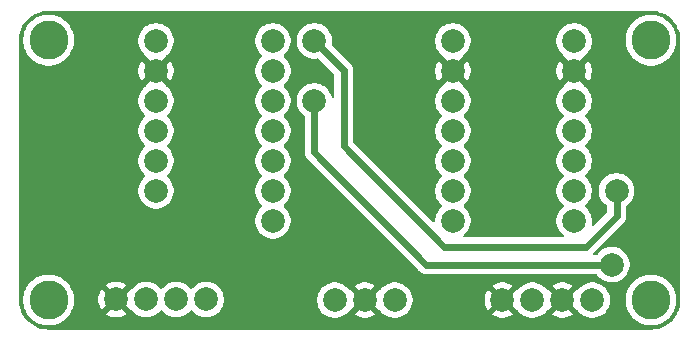
<source format=gbr>
%TF.GenerationSoftware,KiCad,Pcbnew,9.0.6-9.0.6~ubuntu22.04.1*%
%TF.CreationDate,2025-12-04T22:27:57-05:00*%
%TF.ProjectId,operator-mk3,6f706572-6174-46f7-922d-6d6b332e6b69,rev?*%
%TF.SameCoordinates,Original*%
%TF.FileFunction,Copper,L1,Top*%
%TF.FilePolarity,Positive*%
%FSLAX46Y46*%
G04 Gerber Fmt 4.6, Leading zero omitted, Abs format (unit mm)*
G04 Created by KiCad (PCBNEW 9.0.6-9.0.6~ubuntu22.04.1) date 2025-12-04 22:27:57*
%MOMM*%
%LPD*%
G01*
G04 APERTURE LIST*
%TA.AperFunction,ComponentPad*%
%ADD10C,2.000000*%
%TD*%
%TA.AperFunction,ComponentPad*%
%ADD11C,3.300000*%
%TD*%
%TA.AperFunction,ViaPad*%
%ADD12C,2.000000*%
%TD*%
%TA.AperFunction,Conductor*%
%ADD13C,0.600000*%
%TD*%
%TA.AperFunction,Conductor*%
%ADD14C,0.400000*%
%TD*%
G04 APERTURE END LIST*
D10*
%TO.P,J4,1,Pin_1*%
%TO.N,3V*%
X153500000Y-90060000D03*
%TO.P,J4,2,Pin_2*%
%TO.N,GND*%
X153500000Y-92600000D03*
%TO.P,J4,3,Pin_3*%
%TO.N,unconnected-(J4-Pin_3-Pad3)*%
X153500000Y-95140000D03*
%TO.P,J4,4,Pin_4*%
%TO.N,unconnected-(J4-Pin_4-Pad4)*%
X153500000Y-97680000D03*
%TO.P,J4,5,Pin_5*%
%TO.N,DIN*%
X153500000Y-100220000D03*
%TO.P,J4,6,Pin_6*%
%TO.N,BCLK*%
X153500000Y-102760000D03*
%TO.P,J4,7,Pin_7*%
%TO.N,LRC*%
X153500000Y-105300000D03*
%TD*%
%TO.P,J3,1,Pin_1*%
%TO.N,D9*%
X155040000Y-112000000D03*
%TO.P,J3,2,Pin_2*%
%TO.N,GND*%
X152500000Y-112000000D03*
%TO.P,J3,3,Pin_3*%
%TO.N,D8*%
X149960000Y-112000000D03*
%TO.P,J3,4,Pin_4*%
%TO.N,GND*%
X147420000Y-112000000D03*
%TD*%
%TO.P,J5,1,Pin_1*%
%TO.N,BCLK*%
X128000000Y-90060000D03*
%TO.P,J5,2,Pin_2*%
%TO.N,DOUT*%
X128000000Y-92600000D03*
%TO.P,J5,3,Pin_3*%
%TO.N,LRC*%
X128000000Y-95140000D03*
%TO.P,J5,4,Pin_4*%
%TO.N,D3*%
X128000000Y-97680000D03*
%TO.P,J5,5,Pin_5*%
%TO.N,D4*%
X128000000Y-100220000D03*
%TO.P,J5,6,Pin_6*%
%TO.N,D5*%
X128000000Y-102760000D03*
%TO.P,J5,7,Pin_7*%
%TO.N,D6*%
X128000000Y-105300000D03*
%TD*%
%TO.P,J8,1,Pin_1*%
%TO.N,GND*%
X114720000Y-111950000D03*
%TO.P,J8,2,Pin_2*%
%TO.N,D3*%
X117260000Y-111950000D03*
%TO.P,J8,3,Pin_3*%
%TO.N,D4*%
X119800000Y-111950000D03*
%TO.P,J8,4,Pin_4*%
%TO.N,D5*%
X122340000Y-111950000D03*
%TD*%
%TO.P,J6,1,Pin_1*%
%TO.N,unconnected-(J6-Pin_1-Pad1)*%
X143235000Y-90060000D03*
%TO.P,J6,2,Pin_2*%
%TO.N,GND*%
X143235000Y-92600000D03*
%TO.P,J6,3,Pin_3*%
%TO.N,3V*%
X143235000Y-95140000D03*
%TO.P,J6,4,Pin_4*%
%TO.N,DIN*%
X143235000Y-97680000D03*
%TO.P,J6,5,Pin_5*%
%TO.N,D9*%
X143235000Y-100220000D03*
%TO.P,J6,6,Pin_6*%
%TO.N,D8*%
X143235000Y-102760000D03*
%TO.P,J6,7,Pin_7*%
%TO.N,D7*%
X143235000Y-105300000D03*
%TD*%
D11*
%TO.P,,*%
%TO.N,*%
X160000000Y-112000000D03*
%TD*%
%TO.P,REF\u002A\u002A,*%
%TO.N,*%
X109000000Y-90000000D03*
%TD*%
D10*
%TO.P,J1,1,Pin_1*%
%TO.N,D7*%
X138320000Y-112000000D03*
%TO.P,J1,2,Pin_2*%
%TO.N,GND*%
X135780000Y-112000000D03*
%TO.P,J1,3,Pin_3*%
%TO.N,D6*%
X133240000Y-112000000D03*
%TD*%
D11*
%TO.P,,*%
%TO.N,*%
X109000000Y-112000000D03*
%TD*%
%TO.P,,*%
%TO.N,*%
X160000000Y-90000000D03*
%TD*%
D10*
%TO.P,J2,1,Pin_1*%
%TO.N,3V*%
X118100000Y-90060000D03*
%TO.P,J2,2,Pin_2*%
%TO.N,GND*%
X118100000Y-92600000D03*
%TO.P,J2,3,Pin_3*%
%TO.N,BCLK*%
X118100000Y-95140000D03*
%TO.P,J2,4,Pin_4*%
%TO.N,DOUT*%
X118100000Y-97680000D03*
%TO.P,J2,5,Pin_5*%
%TO.N,LRC*%
X118100000Y-100220000D03*
%TO.P,J2,6,Pin_6*%
%TO.N,unconnected-(J2-Pin_6-Pad6)*%
X118100000Y-102760000D03*
%TD*%
D12*
%TO.N,BCLK*%
X131500000Y-90060000D03*
X157100000Y-102760000D03*
%TO.N,LRC*%
X156700000Y-109000000D03*
X131500000Y-95140000D03*
%TD*%
D13*
%TO.N,BCLK*%
X131500000Y-90060000D02*
X134000000Y-92560000D01*
X157100000Y-104900000D02*
X157100000Y-102760000D01*
X142500000Y-107500000D02*
X154500000Y-107500000D01*
X134000000Y-92560000D02*
X134000000Y-99000000D01*
X134000000Y-99000000D02*
X142500000Y-107500000D01*
X154500000Y-107500000D02*
X157100000Y-104900000D01*
D14*
%TO.N,GND*%
X152800000Y-112420000D02*
X152680000Y-112300000D01*
D13*
%TO.N,LRC*%
X131500000Y-99500000D02*
X131500000Y-95140000D01*
X141000000Y-109000000D02*
X131500000Y-99500000D01*
X156700000Y-109000000D02*
X141000000Y-109000000D01*
D14*
%TO.N,D7*%
X138500000Y-111940000D02*
X138500000Y-112400000D01*
%TO.N,D9*%
X154940000Y-112300000D02*
X155220000Y-112300000D01*
X155220000Y-111720000D02*
X155220000Y-112300000D01*
%TD*%
%TA.AperFunction,Conductor*%
%TO.N,GND*%
G36*
X160003736Y-87500726D02*
G01*
X160293796Y-87518271D01*
X160308659Y-87520076D01*
X160590798Y-87571780D01*
X160605335Y-87575363D01*
X160879172Y-87660695D01*
X160893163Y-87666000D01*
X161154743Y-87783727D01*
X161167989Y-87790680D01*
X161413465Y-87939075D01*
X161425776Y-87947573D01*
X161578386Y-88067135D01*
X161651573Y-88124473D01*
X161662781Y-88134403D01*
X161865596Y-88337218D01*
X161875526Y-88348426D01*
X161995481Y-88501538D01*
X162052422Y-88574217D01*
X162060926Y-88586537D01*
X162175858Y-88776657D01*
X162209316Y-88832004D01*
X162216275Y-88845263D01*
X162333997Y-89106831D01*
X162339306Y-89120832D01*
X162424635Y-89394663D01*
X162428219Y-89409201D01*
X162479923Y-89691340D01*
X162481728Y-89706205D01*
X162499274Y-89996263D01*
X162499500Y-90003750D01*
X162499500Y-111996249D01*
X162499274Y-112003736D01*
X162481728Y-112293794D01*
X162479923Y-112308659D01*
X162428219Y-112590798D01*
X162424635Y-112605336D01*
X162339306Y-112879167D01*
X162333997Y-112893168D01*
X162216275Y-113154736D01*
X162209316Y-113167995D01*
X162060928Y-113413459D01*
X162052422Y-113425782D01*
X161875526Y-113651573D01*
X161865596Y-113662781D01*
X161662781Y-113865596D01*
X161651573Y-113875526D01*
X161425782Y-114052422D01*
X161413459Y-114060928D01*
X161167995Y-114209316D01*
X161154736Y-114216275D01*
X160893168Y-114333997D01*
X160879167Y-114339306D01*
X160605336Y-114424635D01*
X160590798Y-114428219D01*
X160308659Y-114479923D01*
X160293794Y-114481728D01*
X160003736Y-114499274D01*
X159996249Y-114499500D01*
X109003751Y-114499500D01*
X108996264Y-114499274D01*
X108706205Y-114481728D01*
X108691340Y-114479923D01*
X108409201Y-114428219D01*
X108394663Y-114424635D01*
X108120832Y-114339306D01*
X108106831Y-114333997D01*
X107845263Y-114216275D01*
X107832004Y-114209316D01*
X107586540Y-114060928D01*
X107574217Y-114052422D01*
X107348426Y-113875526D01*
X107337218Y-113865596D01*
X107134403Y-113662781D01*
X107124473Y-113651573D01*
X107005723Y-113500000D01*
X106947573Y-113425776D01*
X106939075Y-113413465D01*
X106790680Y-113167989D01*
X106783727Y-113154743D01*
X106666000Y-112893163D01*
X106660693Y-112879167D01*
X106658399Y-112871806D01*
X106575363Y-112605335D01*
X106571780Y-112590798D01*
X106540561Y-112420442D01*
X106520075Y-112308657D01*
X106518271Y-112293794D01*
X106500726Y-112003736D01*
X106500500Y-111996249D01*
X106500500Y-111859041D01*
X106849500Y-111859041D01*
X106849500Y-112140958D01*
X106886295Y-112420439D01*
X106959259Y-112692743D01*
X107067135Y-112953179D01*
X107067140Y-112953190D01*
X107193851Y-113172658D01*
X107208088Y-113197317D01*
X107374013Y-113413553D01*
X107379704Y-113420970D01*
X107579029Y-113620295D01*
X107579033Y-113620298D01*
X107579035Y-113620300D01*
X107802683Y-113791912D01*
X107802690Y-113791916D01*
X108046809Y-113932859D01*
X108046814Y-113932861D01*
X108046817Y-113932863D01*
X108307261Y-114040742D01*
X108579558Y-114113704D01*
X108859049Y-114150500D01*
X108859056Y-114150500D01*
X109140944Y-114150500D01*
X109140951Y-114150500D01*
X109420442Y-114113704D01*
X109692739Y-114040742D01*
X109953183Y-113932863D01*
X110197317Y-113791912D01*
X110420965Y-113620300D01*
X110620300Y-113420965D01*
X110791912Y-113197317D01*
X110851264Y-113094517D01*
X110869230Y-113063399D01*
X110932859Y-112953190D01*
X110932859Y-112953189D01*
X110932863Y-112953183D01*
X111040742Y-112692739D01*
X111113704Y-112420442D01*
X111150500Y-112140951D01*
X111150500Y-111859049D01*
X111146932Y-111831947D01*
X113220000Y-111831947D01*
X113220000Y-112068052D01*
X113256934Y-112301247D01*
X113329897Y-112525802D01*
X113437087Y-112736174D01*
X113497338Y-112819104D01*
X113497340Y-112819105D01*
X114237037Y-112079408D01*
X114254075Y-112142993D01*
X114319901Y-112257007D01*
X114412993Y-112350099D01*
X114527007Y-112415925D01*
X114590590Y-112432962D01*
X113850893Y-113172658D01*
X113933828Y-113232914D01*
X114144197Y-113340102D01*
X114368752Y-113413065D01*
X114368751Y-113413065D01*
X114601948Y-113450000D01*
X114838052Y-113450000D01*
X115071247Y-113413065D01*
X115295802Y-113340102D01*
X115506163Y-113232918D01*
X115506169Y-113232914D01*
X115589104Y-113172658D01*
X115589105Y-113172658D01*
X114849408Y-112432962D01*
X114912993Y-112415925D01*
X115027007Y-112350099D01*
X115120099Y-112257007D01*
X115185925Y-112142993D01*
X115202962Y-112079409D01*
X115942657Y-112819104D01*
X115962404Y-112817550D01*
X116030781Y-112831914D01*
X116072451Y-112868282D01*
X116115483Y-112927510D01*
X116282490Y-113094517D01*
X116473567Y-113233343D01*
X116570856Y-113282914D01*
X116684003Y-113340566D01*
X116684005Y-113340566D01*
X116684008Y-113340568D01*
X116804412Y-113379689D01*
X116908631Y-113413553D01*
X117141903Y-113450500D01*
X117141908Y-113450500D01*
X117378097Y-113450500D01*
X117611368Y-113413553D01*
X117682114Y-113390566D01*
X117835992Y-113340568D01*
X118046433Y-113233343D01*
X118237510Y-113094517D01*
X118404517Y-112927510D01*
X118429682Y-112892872D01*
X118485011Y-112850207D01*
X118554625Y-112844228D01*
X118616420Y-112876833D01*
X118630315Y-112892870D01*
X118655483Y-112927510D01*
X118822490Y-113094517D01*
X119013567Y-113233343D01*
X119110856Y-113282914D01*
X119224003Y-113340566D01*
X119224005Y-113340566D01*
X119224008Y-113340568D01*
X119344412Y-113379689D01*
X119448631Y-113413553D01*
X119681903Y-113450500D01*
X119681908Y-113450500D01*
X119918097Y-113450500D01*
X120151368Y-113413553D01*
X120222114Y-113390566D01*
X120375992Y-113340568D01*
X120586433Y-113233343D01*
X120777510Y-113094517D01*
X120944517Y-112927510D01*
X120969682Y-112892872D01*
X121025011Y-112850207D01*
X121094625Y-112844228D01*
X121156420Y-112876833D01*
X121170315Y-112892870D01*
X121195483Y-112927510D01*
X121362490Y-113094517D01*
X121553567Y-113233343D01*
X121650856Y-113282914D01*
X121764003Y-113340566D01*
X121764005Y-113340566D01*
X121764008Y-113340568D01*
X121884412Y-113379689D01*
X121988631Y-113413553D01*
X122221903Y-113450500D01*
X122221908Y-113450500D01*
X122458097Y-113450500D01*
X122691368Y-113413553D01*
X122762114Y-113390566D01*
X122915992Y-113340568D01*
X123126433Y-113233343D01*
X123317510Y-113094517D01*
X123484517Y-112927510D01*
X123623343Y-112736433D01*
X123730568Y-112525992D01*
X123803553Y-112301368D01*
X123828637Y-112142993D01*
X123840500Y-112068097D01*
X123840500Y-111881902D01*
X131739500Y-111881902D01*
X131739500Y-112118097D01*
X131776446Y-112351368D01*
X131849433Y-112575996D01*
X131940538Y-112754798D01*
X131956657Y-112786433D01*
X132095483Y-112977510D01*
X132262490Y-113144517D01*
X132453567Y-113283343D01*
X132552991Y-113334002D01*
X132664003Y-113390566D01*
X132664005Y-113390566D01*
X132664008Y-113390568D01*
X132772385Y-113425782D01*
X132888631Y-113463553D01*
X133121903Y-113500500D01*
X133121908Y-113500500D01*
X133358097Y-113500500D01*
X133591368Y-113463553D01*
X133592870Y-113463065D01*
X133815992Y-113390568D01*
X134026433Y-113283343D01*
X134217510Y-113144517D01*
X134384517Y-112977510D01*
X134431370Y-112913022D01*
X134435713Y-112908199D01*
X134460150Y-112893142D01*
X134482877Y-112875618D01*
X134490393Y-112874509D01*
X134495199Y-112871549D01*
X134508730Y-112871806D01*
X134537594Y-112867551D01*
X134557340Y-112869105D01*
X135297037Y-112129408D01*
X135314075Y-112192993D01*
X135379901Y-112307007D01*
X135472993Y-112400099D01*
X135587007Y-112465925D01*
X135650590Y-112482962D01*
X134910893Y-113222658D01*
X134993828Y-113282914D01*
X135204197Y-113390102D01*
X135428752Y-113463065D01*
X135428751Y-113463065D01*
X135661948Y-113500000D01*
X135898052Y-113500000D01*
X136131247Y-113463065D01*
X136355802Y-113390102D01*
X136566163Y-113282918D01*
X136566169Y-113282914D01*
X136649104Y-113222658D01*
X136649105Y-113222658D01*
X135909408Y-112482962D01*
X135972993Y-112465925D01*
X136087007Y-112400099D01*
X136180099Y-112307007D01*
X136245925Y-112192993D01*
X136262962Y-112129409D01*
X137002657Y-112869104D01*
X137022404Y-112867550D01*
X137090781Y-112881914D01*
X137132451Y-112918282D01*
X137175483Y-112977510D01*
X137342490Y-113144517D01*
X137533567Y-113283343D01*
X137632991Y-113334002D01*
X137744003Y-113390566D01*
X137744005Y-113390566D01*
X137744008Y-113390568D01*
X137852385Y-113425782D01*
X137968631Y-113463553D01*
X138201903Y-113500500D01*
X138201908Y-113500500D01*
X138438097Y-113500500D01*
X138671368Y-113463553D01*
X138672870Y-113463065D01*
X138895992Y-113390568D01*
X139106433Y-113283343D01*
X139297510Y-113144517D01*
X139464517Y-112977510D01*
X139603343Y-112786433D01*
X139710568Y-112575992D01*
X139783553Y-112351368D01*
X139783754Y-112350099D01*
X139820500Y-112118097D01*
X139820500Y-111881947D01*
X145920000Y-111881947D01*
X145920000Y-112118052D01*
X145956934Y-112351247D01*
X146029897Y-112575802D01*
X146137087Y-112786174D01*
X146197338Y-112869104D01*
X146197340Y-112869105D01*
X146937037Y-112129408D01*
X146954075Y-112192993D01*
X147019901Y-112307007D01*
X147112993Y-112400099D01*
X147227007Y-112465925D01*
X147290590Y-112482962D01*
X146550893Y-113222658D01*
X146633828Y-113282914D01*
X146844197Y-113390102D01*
X147068752Y-113463065D01*
X147068751Y-113463065D01*
X147301948Y-113500000D01*
X147538052Y-113500000D01*
X147771247Y-113463065D01*
X147995802Y-113390102D01*
X148206163Y-113282918D01*
X148206169Y-113282914D01*
X148289104Y-113222658D01*
X148289105Y-113222658D01*
X147549408Y-112482962D01*
X147612993Y-112465925D01*
X147727007Y-112400099D01*
X147820099Y-112307007D01*
X147885925Y-112192993D01*
X147902962Y-112129409D01*
X148642657Y-112869104D01*
X148662404Y-112867550D01*
X148730781Y-112881914D01*
X148772451Y-112918282D01*
X148815483Y-112977510D01*
X148982490Y-113144517D01*
X149173567Y-113283343D01*
X149272991Y-113334002D01*
X149384003Y-113390566D01*
X149384005Y-113390566D01*
X149384008Y-113390568D01*
X149492385Y-113425782D01*
X149608631Y-113463553D01*
X149841903Y-113500500D01*
X149841908Y-113500500D01*
X150078097Y-113500500D01*
X150311368Y-113463553D01*
X150312870Y-113463065D01*
X150535992Y-113390568D01*
X150746433Y-113283343D01*
X150937510Y-113144517D01*
X151104517Y-112977510D01*
X151151370Y-112913022D01*
X151155713Y-112908199D01*
X151180150Y-112893142D01*
X151202877Y-112875618D01*
X151210393Y-112874509D01*
X151215199Y-112871549D01*
X151228730Y-112871806D01*
X151257594Y-112867551D01*
X151277340Y-112869105D01*
X152017037Y-112129408D01*
X152034075Y-112192993D01*
X152099901Y-112307007D01*
X152192993Y-112400099D01*
X152307007Y-112465925D01*
X152370590Y-112482962D01*
X151630893Y-113222658D01*
X151713828Y-113282914D01*
X151924197Y-113390102D01*
X152148752Y-113463065D01*
X152148751Y-113463065D01*
X152381948Y-113500000D01*
X152618052Y-113500000D01*
X152851247Y-113463065D01*
X153075802Y-113390102D01*
X153286163Y-113282918D01*
X153286169Y-113282914D01*
X153369104Y-113222658D01*
X153369105Y-113222658D01*
X152629408Y-112482962D01*
X152692993Y-112465925D01*
X152807007Y-112400099D01*
X152900099Y-112307007D01*
X152965925Y-112192993D01*
X152982962Y-112129408D01*
X153722657Y-112869104D01*
X153742404Y-112867550D01*
X153810781Y-112881914D01*
X153852451Y-112918282D01*
X153895483Y-112977510D01*
X154062490Y-113144517D01*
X154253567Y-113283343D01*
X154352991Y-113334002D01*
X154464003Y-113390566D01*
X154464005Y-113390566D01*
X154464008Y-113390568D01*
X154572385Y-113425782D01*
X154688631Y-113463553D01*
X154921903Y-113500500D01*
X154921908Y-113500500D01*
X155158097Y-113500500D01*
X155391368Y-113463553D01*
X155392870Y-113463065D01*
X155615992Y-113390568D01*
X155826433Y-113283343D01*
X156017510Y-113144517D01*
X156184517Y-112977510D01*
X156323343Y-112786433D01*
X156430568Y-112575992D01*
X156503553Y-112351368D01*
X156503754Y-112350099D01*
X156540500Y-112118097D01*
X156540500Y-111881906D01*
X156539309Y-111874386D01*
X156539309Y-111874383D01*
X156536879Y-111859041D01*
X157849500Y-111859041D01*
X157849500Y-112140958D01*
X157886295Y-112420439D01*
X157959259Y-112692743D01*
X158067135Y-112953179D01*
X158067140Y-112953190D01*
X158193851Y-113172658D01*
X158208088Y-113197317D01*
X158374013Y-113413553D01*
X158379704Y-113420970D01*
X158579029Y-113620295D01*
X158579033Y-113620298D01*
X158579035Y-113620300D01*
X158802683Y-113791912D01*
X158802690Y-113791916D01*
X159046809Y-113932859D01*
X159046814Y-113932861D01*
X159046817Y-113932863D01*
X159307261Y-114040742D01*
X159579558Y-114113704D01*
X159859049Y-114150500D01*
X159859056Y-114150500D01*
X160140944Y-114150500D01*
X160140951Y-114150500D01*
X160420442Y-114113704D01*
X160692739Y-114040742D01*
X160953183Y-113932863D01*
X161197317Y-113791912D01*
X161420965Y-113620300D01*
X161620300Y-113420965D01*
X161791912Y-113197317D01*
X161932863Y-112953183D01*
X162040742Y-112692739D01*
X162113704Y-112420442D01*
X162150500Y-112140951D01*
X162150500Y-111859049D01*
X162113704Y-111579558D01*
X162040742Y-111307261D01*
X161932863Y-111046817D01*
X161932861Y-111046814D01*
X161932859Y-111046809D01*
X161791916Y-110802690D01*
X161791912Y-110802683D01*
X161620300Y-110579035D01*
X161620298Y-110579033D01*
X161620295Y-110579029D01*
X161420970Y-110379704D01*
X161420965Y-110379700D01*
X161197317Y-110208088D01*
X161197311Y-110208084D01*
X161197309Y-110208083D01*
X160953190Y-110067140D01*
X160953179Y-110067135D01*
X160692743Y-109959259D01*
X160420439Y-109886295D01*
X160140958Y-109849500D01*
X160140951Y-109849500D01*
X159859049Y-109849500D01*
X159859041Y-109849500D01*
X159579560Y-109886295D01*
X159307256Y-109959259D01*
X159046820Y-110067135D01*
X159046809Y-110067140D01*
X158802690Y-110208083D01*
X158802682Y-110208089D01*
X158579029Y-110379704D01*
X158379704Y-110579029D01*
X158265901Y-110727340D01*
X158227535Y-110777340D01*
X158208089Y-110802682D01*
X158208083Y-110802690D01*
X158067140Y-111046809D01*
X158067135Y-111046820D01*
X157959259Y-111307256D01*
X157886295Y-111579560D01*
X157849500Y-111859041D01*
X156536879Y-111859041D01*
X156503553Y-111648631D01*
X156430566Y-111424003D01*
X156323342Y-111213566D01*
X156184517Y-111022490D01*
X156017510Y-110855483D01*
X155826433Y-110716657D01*
X155615996Y-110609433D01*
X155391368Y-110536446D01*
X155158097Y-110499500D01*
X155158092Y-110499500D01*
X154921908Y-110499500D01*
X154921903Y-110499500D01*
X154688631Y-110536446D01*
X154464003Y-110609433D01*
X154253566Y-110716657D01*
X154170047Y-110777338D01*
X154062490Y-110855483D01*
X154062488Y-110855485D01*
X154062487Y-110855485D01*
X153895482Y-111022490D01*
X153852451Y-111081717D01*
X153797120Y-111124382D01*
X153742405Y-111132448D01*
X153722658Y-111130893D01*
X152982962Y-111870590D01*
X152965925Y-111807007D01*
X152900099Y-111692993D01*
X152807007Y-111599901D01*
X152692993Y-111534075D01*
X152629409Y-111517037D01*
X153369105Y-110777340D01*
X153369104Y-110777338D01*
X153286174Y-110717087D01*
X153075802Y-110609897D01*
X152851247Y-110536934D01*
X152851248Y-110536934D01*
X152618052Y-110500000D01*
X152381948Y-110500000D01*
X152148752Y-110536934D01*
X151924197Y-110609897D01*
X151713830Y-110717084D01*
X151630894Y-110777340D01*
X152370591Y-111517037D01*
X152307007Y-111534075D01*
X152192993Y-111599901D01*
X152099901Y-111692993D01*
X152034075Y-111807007D01*
X152017037Y-111870590D01*
X151277340Y-111130893D01*
X151257593Y-111132448D01*
X151253860Y-111131663D01*
X151250222Y-111132808D01*
X151219936Y-111124537D01*
X151189215Y-111118084D01*
X151185429Y-111115114D01*
X151182821Y-111114402D01*
X151173431Y-111105701D01*
X151155712Y-111091800D01*
X151151370Y-111086978D01*
X151104517Y-111022490D01*
X150937510Y-110855483D01*
X150746433Y-110716657D01*
X150535996Y-110609433D01*
X150311368Y-110536446D01*
X150078097Y-110499500D01*
X150078092Y-110499500D01*
X149841908Y-110499500D01*
X149841903Y-110499500D01*
X149608631Y-110536446D01*
X149384003Y-110609433D01*
X149173566Y-110716657D01*
X149090047Y-110777338D01*
X148982490Y-110855483D01*
X148982488Y-110855485D01*
X148982487Y-110855485D01*
X148815482Y-111022490D01*
X148772451Y-111081717D01*
X148717120Y-111124382D01*
X148662405Y-111132448D01*
X148642658Y-111130893D01*
X147902962Y-111870590D01*
X147885925Y-111807007D01*
X147820099Y-111692993D01*
X147727007Y-111599901D01*
X147612993Y-111534075D01*
X147549409Y-111517037D01*
X148289105Y-110777340D01*
X148289104Y-110777338D01*
X148206174Y-110717087D01*
X147995802Y-110609897D01*
X147771247Y-110536934D01*
X147771248Y-110536934D01*
X147538052Y-110500000D01*
X147301948Y-110500000D01*
X147068752Y-110536934D01*
X146844197Y-110609897D01*
X146633830Y-110717084D01*
X146550894Y-110777340D01*
X147290591Y-111517037D01*
X147227007Y-111534075D01*
X147112993Y-111599901D01*
X147019901Y-111692993D01*
X146954075Y-111807007D01*
X146937037Y-111870591D01*
X146197340Y-111130894D01*
X146137084Y-111213830D01*
X146029897Y-111424197D01*
X145956934Y-111648752D01*
X145920000Y-111881947D01*
X139820500Y-111881947D01*
X139820500Y-111881902D01*
X139783553Y-111648631D01*
X139710566Y-111424003D01*
X139603342Y-111213566D01*
X139464517Y-111022490D01*
X139297510Y-110855483D01*
X139106433Y-110716657D01*
X138895996Y-110609433D01*
X138671368Y-110536446D01*
X138438097Y-110499500D01*
X138438092Y-110499500D01*
X138201908Y-110499500D01*
X138201903Y-110499500D01*
X137968631Y-110536446D01*
X137744003Y-110609433D01*
X137533566Y-110716657D01*
X137450047Y-110777338D01*
X137342490Y-110855483D01*
X137342488Y-110855485D01*
X137342487Y-110855485D01*
X137175482Y-111022490D01*
X137132451Y-111081717D01*
X137077120Y-111124382D01*
X137022405Y-111132448D01*
X137002658Y-111130893D01*
X136262962Y-111870590D01*
X136245925Y-111807007D01*
X136180099Y-111692993D01*
X136087007Y-111599901D01*
X135972993Y-111534075D01*
X135909409Y-111517037D01*
X136649105Y-110777340D01*
X136649104Y-110777338D01*
X136566174Y-110717087D01*
X136355802Y-110609897D01*
X136131247Y-110536934D01*
X136131248Y-110536934D01*
X135898052Y-110500000D01*
X135661948Y-110500000D01*
X135428752Y-110536934D01*
X135204197Y-110609897D01*
X134993830Y-110717084D01*
X134910894Y-110777340D01*
X135650591Y-111517037D01*
X135587007Y-111534075D01*
X135472993Y-111599901D01*
X135379901Y-111692993D01*
X135314075Y-111807007D01*
X135297037Y-111870590D01*
X134557340Y-111130893D01*
X134537593Y-111132448D01*
X134533860Y-111131663D01*
X134530222Y-111132808D01*
X134499936Y-111124537D01*
X134469215Y-111118084D01*
X134465429Y-111115114D01*
X134462821Y-111114402D01*
X134453431Y-111105701D01*
X134435712Y-111091800D01*
X134431370Y-111086978D01*
X134384517Y-111022490D01*
X134217510Y-110855483D01*
X134026433Y-110716657D01*
X133815996Y-110609433D01*
X133591368Y-110536446D01*
X133358097Y-110499500D01*
X133358092Y-110499500D01*
X133121908Y-110499500D01*
X133121903Y-110499500D01*
X132888631Y-110536446D01*
X132664003Y-110609433D01*
X132453566Y-110716657D01*
X132370047Y-110777338D01*
X132262490Y-110855483D01*
X132262488Y-110855485D01*
X132262487Y-110855485D01*
X132095485Y-111022487D01*
X132095485Y-111022488D01*
X132095483Y-111022490D01*
X132075647Y-111049792D01*
X131956657Y-111213566D01*
X131849433Y-111424003D01*
X131776446Y-111648631D01*
X131739500Y-111881902D01*
X123840500Y-111881902D01*
X123840500Y-111831902D01*
X123803553Y-111598631D01*
X123730566Y-111374003D01*
X123623342Y-111163566D01*
X123600995Y-111132808D01*
X123484517Y-110972490D01*
X123317510Y-110805483D01*
X123126433Y-110666657D01*
X122915996Y-110559433D01*
X122691368Y-110486446D01*
X122458097Y-110449500D01*
X122458092Y-110449500D01*
X122221908Y-110449500D01*
X122221903Y-110449500D01*
X121988631Y-110486446D01*
X121764003Y-110559433D01*
X121553566Y-110666657D01*
X121484748Y-110716657D01*
X121362490Y-110805483D01*
X121362488Y-110805485D01*
X121362487Y-110805485D01*
X121195484Y-110972488D01*
X121170318Y-111007127D01*
X121114987Y-111049792D01*
X121045374Y-111055771D01*
X120983579Y-111023165D01*
X120969682Y-111007127D01*
X120944517Y-110972490D01*
X120777510Y-110805483D01*
X120586433Y-110666657D01*
X120375996Y-110559433D01*
X120151368Y-110486446D01*
X119918097Y-110449500D01*
X119918092Y-110449500D01*
X119681908Y-110449500D01*
X119681903Y-110449500D01*
X119448631Y-110486446D01*
X119224003Y-110559433D01*
X119013566Y-110666657D01*
X118944748Y-110716657D01*
X118822490Y-110805483D01*
X118822488Y-110805485D01*
X118822487Y-110805485D01*
X118655484Y-110972488D01*
X118630318Y-111007127D01*
X118574987Y-111049792D01*
X118505374Y-111055771D01*
X118443579Y-111023165D01*
X118429682Y-111007127D01*
X118404517Y-110972490D01*
X118237510Y-110805483D01*
X118046433Y-110666657D01*
X117835996Y-110559433D01*
X117611368Y-110486446D01*
X117378097Y-110449500D01*
X117378092Y-110449500D01*
X117141908Y-110449500D01*
X117141903Y-110449500D01*
X116908631Y-110486446D01*
X116684003Y-110559433D01*
X116473566Y-110666657D01*
X116404748Y-110716657D01*
X116282490Y-110805483D01*
X116282488Y-110805485D01*
X116282487Y-110805485D01*
X116115482Y-110972490D01*
X116072451Y-111031717D01*
X116017120Y-111074382D01*
X115962405Y-111082448D01*
X115942658Y-111080893D01*
X115202962Y-111820590D01*
X115185925Y-111757007D01*
X115120099Y-111642993D01*
X115027007Y-111549901D01*
X114912993Y-111484075D01*
X114849409Y-111467037D01*
X115589105Y-110727340D01*
X115589104Y-110727338D01*
X115506174Y-110667087D01*
X115295802Y-110559897D01*
X115071247Y-110486934D01*
X115071248Y-110486934D01*
X114838052Y-110450000D01*
X114601948Y-110450000D01*
X114368752Y-110486934D01*
X114144197Y-110559897D01*
X113933830Y-110667084D01*
X113850894Y-110727340D01*
X114590591Y-111467037D01*
X114527007Y-111484075D01*
X114412993Y-111549901D01*
X114319901Y-111642993D01*
X114254075Y-111757007D01*
X114237037Y-111820591D01*
X113497340Y-111080894D01*
X113437084Y-111163830D01*
X113329897Y-111374197D01*
X113256934Y-111598752D01*
X113220000Y-111831947D01*
X111146932Y-111831947D01*
X111143648Y-111807007D01*
X111128638Y-111692993D01*
X111113704Y-111579558D01*
X111040742Y-111307261D01*
X110932863Y-111046817D01*
X110932861Y-111046814D01*
X110932859Y-111046809D01*
X110811493Y-110836599D01*
X110791912Y-110802683D01*
X110620300Y-110579035D01*
X110620298Y-110579033D01*
X110620295Y-110579029D01*
X110420970Y-110379704D01*
X110420965Y-110379700D01*
X110197317Y-110208088D01*
X110197311Y-110208084D01*
X110197309Y-110208083D01*
X109953190Y-110067140D01*
X109953179Y-110067135D01*
X109692743Y-109959259D01*
X109420439Y-109886295D01*
X109140958Y-109849500D01*
X109140951Y-109849500D01*
X108859049Y-109849500D01*
X108859041Y-109849500D01*
X108579560Y-109886295D01*
X108307256Y-109959259D01*
X108046820Y-110067135D01*
X108046809Y-110067140D01*
X107802690Y-110208083D01*
X107802682Y-110208089D01*
X107579029Y-110379704D01*
X107379704Y-110579029D01*
X107265901Y-110727340D01*
X107227535Y-110777340D01*
X107208089Y-110802682D01*
X107208083Y-110802690D01*
X107067140Y-111046809D01*
X107067135Y-111046820D01*
X106959259Y-111307256D01*
X106886295Y-111579560D01*
X106849500Y-111859041D01*
X106500500Y-111859041D01*
X106500500Y-90003750D01*
X106500726Y-89996263D01*
X106508098Y-89874387D01*
X106509026Y-89859041D01*
X106849500Y-89859041D01*
X106849500Y-90140958D01*
X106886295Y-90420439D01*
X106959259Y-90692743D01*
X107067135Y-90953179D01*
X107067140Y-90953190D01*
X107115824Y-91037512D01*
X107208088Y-91197317D01*
X107376213Y-91416421D01*
X107379704Y-91420970D01*
X107579029Y-91620295D01*
X107579033Y-91620298D01*
X107579035Y-91620300D01*
X107802683Y-91791912D01*
X107802690Y-91791916D01*
X108046809Y-91932859D01*
X108046814Y-91932861D01*
X108046817Y-91932863D01*
X108307261Y-92040742D01*
X108579558Y-92113704D01*
X108859049Y-92150500D01*
X108859056Y-92150500D01*
X109140944Y-92150500D01*
X109140951Y-92150500D01*
X109420442Y-92113704D01*
X109692739Y-92040742D01*
X109953183Y-91932863D01*
X110197317Y-91791912D01*
X110420965Y-91620300D01*
X110620300Y-91420965D01*
X110791912Y-91197317D01*
X110932863Y-90953183D01*
X111040742Y-90692739D01*
X111113704Y-90420442D01*
X111150500Y-90140951D01*
X111150500Y-89941902D01*
X116599500Y-89941902D01*
X116599500Y-90178097D01*
X116636446Y-90411368D01*
X116709433Y-90635996D01*
X116816657Y-90846433D01*
X116955483Y-91037510D01*
X117122490Y-91204517D01*
X117181716Y-91247547D01*
X117224381Y-91302875D01*
X117232448Y-91357593D01*
X117230893Y-91377340D01*
X117970591Y-92117037D01*
X117907007Y-92134075D01*
X117792993Y-92199901D01*
X117699901Y-92292993D01*
X117634075Y-92407007D01*
X117617037Y-92470591D01*
X116877340Y-91730894D01*
X116817084Y-91813830D01*
X116709897Y-92024197D01*
X116636934Y-92248752D01*
X116600000Y-92481947D01*
X116600000Y-92718052D01*
X116636934Y-92951247D01*
X116709897Y-93175802D01*
X116817087Y-93386174D01*
X116877338Y-93469104D01*
X116877340Y-93469105D01*
X117617037Y-92729408D01*
X117634075Y-92792993D01*
X117699901Y-92907007D01*
X117792993Y-93000099D01*
X117907007Y-93065925D01*
X117970590Y-93082962D01*
X117230893Y-93822658D01*
X117232448Y-93842405D01*
X117218084Y-93910783D01*
X117181717Y-93952451D01*
X117122490Y-93995482D01*
X116955485Y-94162487D01*
X116955485Y-94162488D01*
X116955483Y-94162490D01*
X116895862Y-94244550D01*
X116816657Y-94353566D01*
X116709433Y-94564003D01*
X116636446Y-94788631D01*
X116599500Y-95021902D01*
X116599500Y-95258097D01*
X116636446Y-95491368D01*
X116709433Y-95715996D01*
X116816657Y-95926433D01*
X116955483Y-96117510D01*
X117122490Y-96284517D01*
X117157127Y-96309683D01*
X117199792Y-96365013D01*
X117205771Y-96434626D01*
X117173165Y-96496421D01*
X117157130Y-96510315D01*
X117139365Y-96523222D01*
X117122488Y-96535484D01*
X116955485Y-96702487D01*
X116955485Y-96702488D01*
X116955483Y-96702490D01*
X116895862Y-96784550D01*
X116816657Y-96893566D01*
X116709433Y-97104003D01*
X116636446Y-97328631D01*
X116599500Y-97561902D01*
X116599500Y-97798097D01*
X116636446Y-98031368D01*
X116709433Y-98255996D01*
X116816657Y-98466433D01*
X116955483Y-98657510D01*
X117122490Y-98824517D01*
X117157127Y-98849683D01*
X117199792Y-98905013D01*
X117205771Y-98974626D01*
X117173165Y-99036421D01*
X117157130Y-99050315D01*
X117139365Y-99063222D01*
X117122488Y-99075484D01*
X116955485Y-99242487D01*
X116955485Y-99242488D01*
X116955483Y-99242490D01*
X116895862Y-99324550D01*
X116816657Y-99433566D01*
X116709433Y-99644003D01*
X116636446Y-99868631D01*
X116599500Y-100101902D01*
X116599500Y-100338097D01*
X116636446Y-100571368D01*
X116709433Y-100795996D01*
X116816657Y-101006433D01*
X116955483Y-101197510D01*
X117122490Y-101364517D01*
X117157127Y-101389683D01*
X117199792Y-101445013D01*
X117205771Y-101514626D01*
X117173165Y-101576421D01*
X117157130Y-101590315D01*
X117139365Y-101603222D01*
X117122488Y-101615484D01*
X116955485Y-101782487D01*
X116955485Y-101782488D01*
X116955483Y-101782490D01*
X116895862Y-101864550D01*
X116816657Y-101973566D01*
X116709433Y-102184003D01*
X116636446Y-102408631D01*
X116599500Y-102641902D01*
X116599500Y-102878097D01*
X116636446Y-103111368D01*
X116709433Y-103335996D01*
X116816657Y-103546433D01*
X116955483Y-103737510D01*
X117122490Y-103904517D01*
X117313567Y-104043343D01*
X117375676Y-104074989D01*
X117524003Y-104150566D01*
X117524005Y-104150566D01*
X117524008Y-104150568D01*
X117644412Y-104189689D01*
X117748631Y-104223553D01*
X117981903Y-104260500D01*
X117981908Y-104260500D01*
X118218097Y-104260500D01*
X118451368Y-104223553D01*
X118675992Y-104150568D01*
X118886433Y-104043343D01*
X119077510Y-103904517D01*
X119244517Y-103737510D01*
X119383343Y-103546433D01*
X119490568Y-103335992D01*
X119563553Y-103111368D01*
X119600500Y-102878097D01*
X119600500Y-102641902D01*
X119563553Y-102408631D01*
X119490566Y-102184003D01*
X119383342Y-101973566D01*
X119244517Y-101782490D01*
X119077510Y-101615483D01*
X119042872Y-101590317D01*
X119000207Y-101534989D01*
X118994228Y-101465375D01*
X119026833Y-101403580D01*
X119042873Y-101389682D01*
X119077510Y-101364517D01*
X119244517Y-101197510D01*
X119383343Y-101006433D01*
X119490568Y-100795992D01*
X119563553Y-100571368D01*
X119600500Y-100338097D01*
X119600500Y-100101902D01*
X119563553Y-99868631D01*
X119490566Y-99644003D01*
X119383342Y-99433566D01*
X119374327Y-99421158D01*
X119244517Y-99242490D01*
X119077510Y-99075483D01*
X119042872Y-99050317D01*
X119000207Y-98994989D01*
X118994228Y-98925375D01*
X119026833Y-98863580D01*
X119042873Y-98849682D01*
X119077510Y-98824517D01*
X119244517Y-98657510D01*
X119383343Y-98466433D01*
X119490568Y-98255992D01*
X119563553Y-98031368D01*
X119600500Y-97798097D01*
X119600500Y-97561902D01*
X119563553Y-97328631D01*
X119490566Y-97104003D01*
X119383342Y-96893566D01*
X119244517Y-96702490D01*
X119077510Y-96535483D01*
X119042872Y-96510317D01*
X119000207Y-96454989D01*
X118994228Y-96385375D01*
X119026833Y-96323580D01*
X119042873Y-96309682D01*
X119077510Y-96284517D01*
X119244517Y-96117510D01*
X119383343Y-95926433D01*
X119490568Y-95715992D01*
X119563553Y-95491368D01*
X119569771Y-95452110D01*
X119600500Y-95258097D01*
X119600500Y-95021902D01*
X119563553Y-94788631D01*
X119490566Y-94564003D01*
X119383342Y-94353566D01*
X119244517Y-94162490D01*
X119077510Y-93995483D01*
X119018282Y-93952451D01*
X118975617Y-93897122D01*
X118967550Y-93842404D01*
X118969104Y-93822657D01*
X118229408Y-93082962D01*
X118292993Y-93065925D01*
X118407007Y-93000099D01*
X118500099Y-92907007D01*
X118565925Y-92792993D01*
X118582962Y-92729409D01*
X119322658Y-93469105D01*
X119322658Y-93469104D01*
X119382914Y-93386169D01*
X119382918Y-93386163D01*
X119490102Y-93175802D01*
X119563065Y-92951247D01*
X119600000Y-92718052D01*
X119600000Y-92481947D01*
X119563065Y-92248752D01*
X119490102Y-92024197D01*
X119382914Y-91813828D01*
X119322658Y-91730894D01*
X119322658Y-91730893D01*
X118582962Y-92470590D01*
X118565925Y-92407007D01*
X118500099Y-92292993D01*
X118407007Y-92199901D01*
X118292993Y-92134075D01*
X118229409Y-92117037D01*
X118969105Y-91377340D01*
X118967551Y-91357594D01*
X118981915Y-91289216D01*
X119018284Y-91247547D01*
X119077510Y-91204517D01*
X119244517Y-91037510D01*
X119383343Y-90846433D01*
X119490568Y-90635992D01*
X119563553Y-90411368D01*
X119576157Y-90331789D01*
X119600500Y-90178097D01*
X119600500Y-89941902D01*
X126499500Y-89941902D01*
X126499500Y-90178097D01*
X126536446Y-90411368D01*
X126609433Y-90635996D01*
X126716657Y-90846433D01*
X126855483Y-91037510D01*
X127022490Y-91204517D01*
X127057127Y-91229683D01*
X127099792Y-91285013D01*
X127105771Y-91354626D01*
X127073165Y-91416421D01*
X127057130Y-91430315D01*
X127039365Y-91443222D01*
X127022488Y-91455484D01*
X126855485Y-91622487D01*
X126855485Y-91622488D01*
X126855483Y-91622490D01*
X126795862Y-91704550D01*
X126716657Y-91813566D01*
X126609433Y-92024003D01*
X126536446Y-92248631D01*
X126499500Y-92481902D01*
X126499500Y-92718097D01*
X126536446Y-92951368D01*
X126609433Y-93175996D01*
X126716519Y-93386163D01*
X126716657Y-93386433D01*
X126855483Y-93577510D01*
X127022490Y-93744517D01*
X127057127Y-93769683D01*
X127099792Y-93825013D01*
X127105771Y-93894626D01*
X127073165Y-93956421D01*
X127057130Y-93970315D01*
X127039365Y-93983222D01*
X127022488Y-93995484D01*
X126855485Y-94162487D01*
X126855485Y-94162488D01*
X126855483Y-94162490D01*
X126795862Y-94244550D01*
X126716657Y-94353566D01*
X126609433Y-94564003D01*
X126536446Y-94788631D01*
X126499500Y-95021902D01*
X126499500Y-95258097D01*
X126536446Y-95491368D01*
X126609433Y-95715996D01*
X126716657Y-95926433D01*
X126855483Y-96117510D01*
X127022490Y-96284517D01*
X127057127Y-96309683D01*
X127099792Y-96365013D01*
X127105771Y-96434626D01*
X127073165Y-96496421D01*
X127057130Y-96510315D01*
X127039365Y-96523222D01*
X127022488Y-96535484D01*
X126855485Y-96702487D01*
X126855485Y-96702488D01*
X126855483Y-96702490D01*
X126795862Y-96784550D01*
X126716657Y-96893566D01*
X126609433Y-97104003D01*
X126536446Y-97328631D01*
X126499500Y-97561902D01*
X126499500Y-97798097D01*
X126536446Y-98031368D01*
X126609433Y-98255996D01*
X126716657Y-98466433D01*
X126855483Y-98657510D01*
X127022490Y-98824517D01*
X127057127Y-98849683D01*
X127099792Y-98905013D01*
X127105771Y-98974626D01*
X127073165Y-99036421D01*
X127057130Y-99050315D01*
X127039365Y-99063222D01*
X127022488Y-99075484D01*
X126855485Y-99242487D01*
X126855485Y-99242488D01*
X126855483Y-99242490D01*
X126795862Y-99324550D01*
X126716657Y-99433566D01*
X126609433Y-99644003D01*
X126536446Y-99868631D01*
X126499500Y-100101902D01*
X126499500Y-100338097D01*
X126536446Y-100571368D01*
X126609433Y-100795996D01*
X126716657Y-101006433D01*
X126855483Y-101197510D01*
X127022490Y-101364517D01*
X127057127Y-101389683D01*
X127099792Y-101445013D01*
X127105771Y-101514626D01*
X127073165Y-101576421D01*
X127057130Y-101590315D01*
X127039365Y-101603222D01*
X127022488Y-101615484D01*
X126855485Y-101782487D01*
X126855485Y-101782488D01*
X126855483Y-101782490D01*
X126795862Y-101864550D01*
X126716657Y-101973566D01*
X126609433Y-102184003D01*
X126536446Y-102408631D01*
X126499500Y-102641902D01*
X126499500Y-102878097D01*
X126536446Y-103111368D01*
X126609433Y-103335996D01*
X126716657Y-103546433D01*
X126855483Y-103737510D01*
X127022490Y-103904517D01*
X127057127Y-103929683D01*
X127099792Y-103985013D01*
X127105771Y-104054626D01*
X127073165Y-104116421D01*
X127057130Y-104130315D01*
X127039365Y-104143222D01*
X127022488Y-104155484D01*
X126855485Y-104322487D01*
X126855485Y-104322488D01*
X126855483Y-104322490D01*
X126795862Y-104404550D01*
X126716657Y-104513566D01*
X126609433Y-104724003D01*
X126536446Y-104948631D01*
X126499500Y-105181902D01*
X126499500Y-105418097D01*
X126536446Y-105651368D01*
X126609433Y-105875996D01*
X126714730Y-106082652D01*
X126716657Y-106086433D01*
X126855483Y-106277510D01*
X127022490Y-106444517D01*
X127213567Y-106583343D01*
X127246506Y-106600126D01*
X127424003Y-106690566D01*
X127424005Y-106690566D01*
X127424008Y-106690568D01*
X127544412Y-106729689D01*
X127648631Y-106763553D01*
X127881903Y-106800500D01*
X127881908Y-106800500D01*
X128118097Y-106800500D01*
X128351368Y-106763553D01*
X128575992Y-106690568D01*
X128786433Y-106583343D01*
X128977510Y-106444517D01*
X129144517Y-106277510D01*
X129283343Y-106086433D01*
X129390568Y-105875992D01*
X129463553Y-105651368D01*
X129475641Y-105575046D01*
X129500500Y-105418097D01*
X129500500Y-105181902D01*
X129463553Y-104948631D01*
X129390566Y-104724003D01*
X129283342Y-104513566D01*
X129144517Y-104322490D01*
X128977510Y-104155483D01*
X128942872Y-104130317D01*
X128900207Y-104074989D01*
X128894228Y-104005375D01*
X128926833Y-103943580D01*
X128942873Y-103929682D01*
X128977510Y-103904517D01*
X129144517Y-103737510D01*
X129283343Y-103546433D01*
X129390568Y-103335992D01*
X129463553Y-103111368D01*
X129500500Y-102878097D01*
X129500500Y-102641902D01*
X129463553Y-102408631D01*
X129390566Y-102184003D01*
X129283342Y-101973566D01*
X129144517Y-101782490D01*
X128977510Y-101615483D01*
X128942872Y-101590317D01*
X128900207Y-101534989D01*
X128894228Y-101465375D01*
X128926833Y-101403580D01*
X128942873Y-101389682D01*
X128977510Y-101364517D01*
X129144517Y-101197510D01*
X129283343Y-101006433D01*
X129390568Y-100795992D01*
X129463553Y-100571368D01*
X129500500Y-100338097D01*
X129500500Y-100101902D01*
X129463553Y-99868631D01*
X129390566Y-99644003D01*
X129283342Y-99433566D01*
X129274327Y-99421158D01*
X129144517Y-99242490D01*
X128977510Y-99075483D01*
X128942872Y-99050317D01*
X128900207Y-98994989D01*
X128894228Y-98925375D01*
X128926833Y-98863580D01*
X128942873Y-98849682D01*
X128977510Y-98824517D01*
X129144517Y-98657510D01*
X129283343Y-98466433D01*
X129390568Y-98255992D01*
X129463553Y-98031368D01*
X129500500Y-97798097D01*
X129500500Y-97561902D01*
X129463553Y-97328631D01*
X129390566Y-97104003D01*
X129283342Y-96893566D01*
X129144517Y-96702490D01*
X128977510Y-96535483D01*
X128942872Y-96510317D01*
X128900207Y-96454989D01*
X128894228Y-96385375D01*
X128926833Y-96323580D01*
X128942873Y-96309682D01*
X128977510Y-96284517D01*
X129144517Y-96117510D01*
X129283343Y-95926433D01*
X129390568Y-95715992D01*
X129463553Y-95491368D01*
X129469771Y-95452110D01*
X129500500Y-95258097D01*
X129500500Y-95021902D01*
X129463553Y-94788631D01*
X129390566Y-94564003D01*
X129283342Y-94353566D01*
X129144517Y-94162490D01*
X128977510Y-93995483D01*
X128942872Y-93970317D01*
X128900207Y-93914989D01*
X128894228Y-93845375D01*
X128926833Y-93783580D01*
X128942873Y-93769682D01*
X128977510Y-93744517D01*
X129144517Y-93577510D01*
X129283343Y-93386433D01*
X129390568Y-93175992D01*
X129463553Y-92951368D01*
X129488637Y-92792993D01*
X129500500Y-92718097D01*
X129500500Y-92481902D01*
X129463553Y-92248631D01*
X129415259Y-92100000D01*
X129390568Y-92024008D01*
X129390566Y-92024005D01*
X129390566Y-92024003D01*
X129283477Y-91813830D01*
X129283343Y-91813567D01*
X129144517Y-91622490D01*
X128977510Y-91455483D01*
X128942872Y-91430317D01*
X128900207Y-91374989D01*
X128894228Y-91305375D01*
X128926833Y-91243580D01*
X128942873Y-91229682D01*
X128977510Y-91204517D01*
X129144517Y-91037510D01*
X129283343Y-90846433D01*
X129390568Y-90635992D01*
X129463553Y-90411368D01*
X129476157Y-90331789D01*
X129500500Y-90178097D01*
X129500500Y-89941902D01*
X129999500Y-89941902D01*
X129999500Y-90178097D01*
X130036446Y-90411368D01*
X130109433Y-90635996D01*
X130216657Y-90846433D01*
X130355483Y-91037510D01*
X130522490Y-91204517D01*
X130713567Y-91343343D01*
X130775676Y-91374989D01*
X130924003Y-91450566D01*
X130924005Y-91450566D01*
X130924008Y-91450568D01*
X131044412Y-91489689D01*
X131148631Y-91523553D01*
X131381903Y-91560500D01*
X131381908Y-91560500D01*
X131618090Y-91560500D01*
X131618092Y-91560500D01*
X131771793Y-91536155D01*
X131841083Y-91545109D01*
X131878869Y-91570947D01*
X133163181Y-92855259D01*
X133196666Y-92916582D01*
X133199500Y-92942940D01*
X133199500Y-94731895D01*
X133179815Y-94798934D01*
X133127011Y-94844689D01*
X133057853Y-94854633D01*
X132994297Y-94825608D01*
X132957569Y-94770214D01*
X132890566Y-94564003D01*
X132783342Y-94353566D01*
X132644517Y-94162490D01*
X132477510Y-93995483D01*
X132286433Y-93856657D01*
X132258460Y-93842404D01*
X132075996Y-93749433D01*
X131851368Y-93676446D01*
X131618097Y-93639500D01*
X131618092Y-93639500D01*
X131381908Y-93639500D01*
X131381903Y-93639500D01*
X131148631Y-93676446D01*
X130924003Y-93749433D01*
X130713566Y-93856657D01*
X130639069Y-93910783D01*
X130522490Y-93995483D01*
X130522488Y-93995485D01*
X130522487Y-93995485D01*
X130355485Y-94162487D01*
X130355485Y-94162488D01*
X130355483Y-94162490D01*
X130295862Y-94244550D01*
X130216657Y-94353566D01*
X130109433Y-94564003D01*
X130036446Y-94788631D01*
X129999500Y-95021902D01*
X129999500Y-95258097D01*
X130036446Y-95491368D01*
X130109433Y-95715996D01*
X130216657Y-95926433D01*
X130355483Y-96117510D01*
X130522490Y-96284517D01*
X130648388Y-96375987D01*
X130691051Y-96431313D01*
X130699500Y-96476302D01*
X130699500Y-99578846D01*
X130730261Y-99733489D01*
X130730264Y-99733501D01*
X130790602Y-99879172D01*
X130790609Y-99879185D01*
X130878210Y-100010288D01*
X130878213Y-100010292D01*
X140378211Y-109510289D01*
X140443914Y-109575992D01*
X140489712Y-109621790D01*
X140620814Y-109709390D01*
X140620827Y-109709397D01*
X140766498Y-109769735D01*
X140766503Y-109769737D01*
X140921153Y-109800499D01*
X140921156Y-109800500D01*
X140921158Y-109800500D01*
X155363696Y-109800500D01*
X155430735Y-109820185D01*
X155464013Y-109851613D01*
X155555483Y-109977510D01*
X155722490Y-110144517D01*
X155913567Y-110283343D01*
X156012991Y-110334002D01*
X156124003Y-110390566D01*
X156124005Y-110390566D01*
X156124008Y-110390568D01*
X156244412Y-110429689D01*
X156348631Y-110463553D01*
X156581903Y-110500500D01*
X156581908Y-110500500D01*
X156818097Y-110500500D01*
X157051368Y-110463553D01*
X157275992Y-110390568D01*
X157486433Y-110283343D01*
X157677510Y-110144517D01*
X157844517Y-109977510D01*
X157983343Y-109786433D01*
X158090568Y-109575992D01*
X158163553Y-109351368D01*
X158200500Y-109118097D01*
X158200500Y-108881902D01*
X158163553Y-108648631D01*
X158090566Y-108424003D01*
X157983342Y-108213566D01*
X157844517Y-108022490D01*
X157677510Y-107855483D01*
X157486433Y-107716657D01*
X157275996Y-107609433D01*
X157051368Y-107536446D01*
X156818097Y-107499500D01*
X156818092Y-107499500D01*
X156581908Y-107499500D01*
X156581903Y-107499500D01*
X156348631Y-107536446D01*
X156124003Y-107609433D01*
X155913566Y-107716657D01*
X155804550Y-107795862D01*
X155722490Y-107855483D01*
X155722488Y-107855485D01*
X155722487Y-107855485D01*
X155555485Y-108022487D01*
X155555485Y-108022488D01*
X155555483Y-108022490D01*
X155485485Y-108118834D01*
X155464014Y-108148386D01*
X155408684Y-108191051D01*
X155363696Y-108199500D01*
X155231941Y-108199500D01*
X155164902Y-108179815D01*
X155119147Y-108127011D01*
X155109203Y-108057853D01*
X155138228Y-107994297D01*
X155144260Y-107987819D01*
X157049426Y-106082652D01*
X157721789Y-105410289D01*
X157729639Y-105398541D01*
X157809394Y-105279179D01*
X157869737Y-105133497D01*
X157900500Y-104978842D01*
X157900500Y-104096302D01*
X157920185Y-104029263D01*
X157951609Y-103995988D01*
X158077510Y-103904517D01*
X158244517Y-103737510D01*
X158383343Y-103546433D01*
X158490568Y-103335992D01*
X158563553Y-103111368D01*
X158600500Y-102878097D01*
X158600500Y-102641902D01*
X158563553Y-102408631D01*
X158490566Y-102184003D01*
X158383342Y-101973566D01*
X158244517Y-101782490D01*
X158077510Y-101615483D01*
X157886433Y-101476657D01*
X157864291Y-101465375D01*
X157675996Y-101369433D01*
X157451368Y-101296446D01*
X157218097Y-101259500D01*
X157218092Y-101259500D01*
X156981908Y-101259500D01*
X156981903Y-101259500D01*
X156748631Y-101296446D01*
X156524003Y-101369433D01*
X156313566Y-101476657D01*
X156261307Y-101514626D01*
X156122490Y-101615483D01*
X156122488Y-101615485D01*
X156122487Y-101615485D01*
X155955485Y-101782487D01*
X155955485Y-101782488D01*
X155955483Y-101782490D01*
X155895862Y-101864550D01*
X155816657Y-101973566D01*
X155709433Y-102184003D01*
X155636446Y-102408631D01*
X155599500Y-102641902D01*
X155599500Y-102878097D01*
X155636446Y-103111368D01*
X155709433Y-103335996D01*
X155816657Y-103546433D01*
X155955483Y-103737510D01*
X156122490Y-103904517D01*
X156248388Y-103995987D01*
X156291051Y-104051313D01*
X156299500Y-104096302D01*
X156299500Y-104517059D01*
X156279815Y-104584098D01*
X156263181Y-104604740D01*
X155185795Y-105682125D01*
X155124472Y-105715610D01*
X155054780Y-105710626D01*
X154998847Y-105668754D01*
X154974430Y-105603290D01*
X154975641Y-105575046D01*
X155000500Y-105418097D01*
X155000500Y-105181902D01*
X154963553Y-104948631D01*
X154890566Y-104724003D01*
X154783342Y-104513566D01*
X154644517Y-104322490D01*
X154477510Y-104155483D01*
X154442872Y-104130317D01*
X154400207Y-104074989D01*
X154394228Y-104005375D01*
X154426833Y-103943580D01*
X154442873Y-103929682D01*
X154477510Y-103904517D01*
X154644517Y-103737510D01*
X154783343Y-103546433D01*
X154890568Y-103335992D01*
X154963553Y-103111368D01*
X155000500Y-102878097D01*
X155000500Y-102641902D01*
X154963553Y-102408631D01*
X154890566Y-102184003D01*
X154783342Y-101973566D01*
X154644517Y-101782490D01*
X154477510Y-101615483D01*
X154442872Y-101590317D01*
X154400207Y-101534989D01*
X154394228Y-101465375D01*
X154426833Y-101403580D01*
X154442873Y-101389682D01*
X154477510Y-101364517D01*
X154644517Y-101197510D01*
X154783343Y-101006433D01*
X154890568Y-100795992D01*
X154963553Y-100571368D01*
X155000500Y-100338097D01*
X155000500Y-100101902D01*
X154963553Y-99868631D01*
X154890566Y-99644003D01*
X154783342Y-99433566D01*
X154774327Y-99421158D01*
X154644517Y-99242490D01*
X154477510Y-99075483D01*
X154442872Y-99050317D01*
X154400207Y-98994989D01*
X154394228Y-98925375D01*
X154426833Y-98863580D01*
X154442873Y-98849682D01*
X154477510Y-98824517D01*
X154644517Y-98657510D01*
X154783343Y-98466433D01*
X154890568Y-98255992D01*
X154963553Y-98031368D01*
X155000500Y-97798097D01*
X155000500Y-97561902D01*
X154963553Y-97328631D01*
X154890566Y-97104003D01*
X154783342Y-96893566D01*
X154644517Y-96702490D01*
X154477510Y-96535483D01*
X154442872Y-96510317D01*
X154400207Y-96454989D01*
X154394228Y-96385375D01*
X154426833Y-96323580D01*
X154442873Y-96309682D01*
X154477510Y-96284517D01*
X154644517Y-96117510D01*
X154783343Y-95926433D01*
X154890568Y-95715992D01*
X154963553Y-95491368D01*
X154969771Y-95452110D01*
X155000500Y-95258097D01*
X155000500Y-95021902D01*
X154963553Y-94788631D01*
X154890566Y-94564003D01*
X154783342Y-94353566D01*
X154644517Y-94162490D01*
X154477510Y-93995483D01*
X154418282Y-93952451D01*
X154375617Y-93897122D01*
X154367550Y-93842404D01*
X154369104Y-93822657D01*
X153629408Y-93082962D01*
X153692993Y-93065925D01*
X153807007Y-93000099D01*
X153900099Y-92907007D01*
X153965925Y-92792993D01*
X153982962Y-92729409D01*
X154722658Y-93469105D01*
X154722658Y-93469104D01*
X154782914Y-93386169D01*
X154782918Y-93386163D01*
X154890102Y-93175802D01*
X154963065Y-92951247D01*
X155000000Y-92718052D01*
X155000000Y-92481947D01*
X154963065Y-92248752D01*
X154890102Y-92024197D01*
X154782914Y-91813828D01*
X154722658Y-91730894D01*
X154722658Y-91730893D01*
X153982962Y-92470590D01*
X153965925Y-92407007D01*
X153900099Y-92292993D01*
X153807007Y-92199901D01*
X153692993Y-92134075D01*
X153629409Y-92117037D01*
X154369105Y-91377340D01*
X154367551Y-91357594D01*
X154381915Y-91289216D01*
X154418284Y-91247547D01*
X154477510Y-91204517D01*
X154644517Y-91037510D01*
X154783343Y-90846433D01*
X154890568Y-90635992D01*
X154963553Y-90411368D01*
X154976157Y-90331789D01*
X155000500Y-90178097D01*
X155000500Y-89941901D01*
X154989807Y-89874387D01*
X154987376Y-89859041D01*
X157849500Y-89859041D01*
X157849500Y-90140958D01*
X157886295Y-90420439D01*
X157959259Y-90692743D01*
X158067135Y-90953179D01*
X158067140Y-90953190D01*
X158115824Y-91037512D01*
X158208088Y-91197317D01*
X158376213Y-91416421D01*
X158379704Y-91420970D01*
X158579029Y-91620295D01*
X158579033Y-91620298D01*
X158579035Y-91620300D01*
X158802683Y-91791912D01*
X158802690Y-91791916D01*
X159046809Y-91932859D01*
X159046814Y-91932861D01*
X159046817Y-91932863D01*
X159307261Y-92040742D01*
X159579558Y-92113704D01*
X159859049Y-92150500D01*
X159859056Y-92150500D01*
X160140944Y-92150500D01*
X160140951Y-92150500D01*
X160420442Y-92113704D01*
X160692739Y-92040742D01*
X160953183Y-91932863D01*
X161197317Y-91791912D01*
X161420965Y-91620300D01*
X161620300Y-91420965D01*
X161791912Y-91197317D01*
X161932863Y-90953183D01*
X162040742Y-90692739D01*
X162113704Y-90420442D01*
X162150500Y-90140951D01*
X162150500Y-89859049D01*
X162113704Y-89579558D01*
X162040742Y-89307261D01*
X161932863Y-89046817D01*
X161932861Y-89046814D01*
X161932859Y-89046809D01*
X161791916Y-88802690D01*
X161791912Y-88802683D01*
X161620300Y-88579035D01*
X161620298Y-88579033D01*
X161620295Y-88579029D01*
X161420970Y-88379704D01*
X161380208Y-88348426D01*
X161197317Y-88208088D01*
X161197311Y-88208084D01*
X161197309Y-88208083D01*
X160953190Y-88067140D01*
X160953179Y-88067135D01*
X160692743Y-87959259D01*
X160420439Y-87886295D01*
X160140958Y-87849500D01*
X160140951Y-87849500D01*
X159859049Y-87849500D01*
X159859041Y-87849500D01*
X159579560Y-87886295D01*
X159307256Y-87959259D01*
X159046820Y-88067135D01*
X159046809Y-88067140D01*
X158802690Y-88208083D01*
X158802682Y-88208089D01*
X158579029Y-88379704D01*
X158379704Y-88579029D01*
X158208089Y-88802682D01*
X158208083Y-88802690D01*
X158067140Y-89046809D01*
X158067135Y-89046820D01*
X157959259Y-89307256D01*
X157886295Y-89579560D01*
X157849500Y-89859041D01*
X154987376Y-89859041D01*
X154963553Y-89708631D01*
X154890566Y-89484003D01*
X154783342Y-89273566D01*
X154644517Y-89082490D01*
X154477510Y-88915483D01*
X154286433Y-88776657D01*
X154075996Y-88669433D01*
X153851368Y-88596446D01*
X153618097Y-88559500D01*
X153618092Y-88559500D01*
X153381908Y-88559500D01*
X153381903Y-88559500D01*
X153148631Y-88596446D01*
X152924003Y-88669433D01*
X152713566Y-88776657D01*
X152628552Y-88838424D01*
X152522490Y-88915483D01*
X152522488Y-88915485D01*
X152522487Y-88915485D01*
X152355485Y-89082487D01*
X152355485Y-89082488D01*
X152355483Y-89082490D01*
X152295862Y-89164550D01*
X152216657Y-89273566D01*
X152109433Y-89484003D01*
X152036446Y-89708631D01*
X151999500Y-89941902D01*
X151999500Y-90178097D01*
X152036446Y-90411368D01*
X152109433Y-90635996D01*
X152216657Y-90846433D01*
X152355483Y-91037510D01*
X152522490Y-91204517D01*
X152581716Y-91247547D01*
X152624381Y-91302875D01*
X152632448Y-91357593D01*
X152630893Y-91377340D01*
X153370591Y-92117037D01*
X153307007Y-92134075D01*
X153192993Y-92199901D01*
X153099901Y-92292993D01*
X153034075Y-92407007D01*
X153017037Y-92470590D01*
X152277340Y-91730894D01*
X152217084Y-91813830D01*
X152109897Y-92024197D01*
X152036934Y-92248752D01*
X152000000Y-92481947D01*
X152000000Y-92718052D01*
X152036934Y-92951247D01*
X152109897Y-93175802D01*
X152217087Y-93386174D01*
X152277338Y-93469104D01*
X152277340Y-93469105D01*
X153017037Y-92729408D01*
X153034075Y-92792993D01*
X153099901Y-92907007D01*
X153192993Y-93000099D01*
X153307007Y-93065925D01*
X153370590Y-93082962D01*
X152630893Y-93822658D01*
X152632448Y-93842405D01*
X152618084Y-93910783D01*
X152581717Y-93952451D01*
X152522490Y-93995482D01*
X152355485Y-94162487D01*
X152355485Y-94162488D01*
X152355483Y-94162490D01*
X152295862Y-94244550D01*
X152216657Y-94353566D01*
X152109433Y-94564003D01*
X152036446Y-94788631D01*
X151999500Y-95021902D01*
X151999500Y-95258097D01*
X152036446Y-95491368D01*
X152109433Y-95715996D01*
X152216657Y-95926433D01*
X152355483Y-96117510D01*
X152522490Y-96284517D01*
X152557127Y-96309683D01*
X152599792Y-96365013D01*
X152605771Y-96434626D01*
X152573165Y-96496421D01*
X152557130Y-96510315D01*
X152539365Y-96523222D01*
X152522488Y-96535484D01*
X152355485Y-96702487D01*
X152355485Y-96702488D01*
X152355483Y-96702490D01*
X152295862Y-96784550D01*
X152216657Y-96893566D01*
X152109433Y-97104003D01*
X152036446Y-97328631D01*
X151999500Y-97561902D01*
X151999500Y-97798097D01*
X152036446Y-98031368D01*
X152109433Y-98255996D01*
X152216657Y-98466433D01*
X152355483Y-98657510D01*
X152522490Y-98824517D01*
X152557127Y-98849683D01*
X152599792Y-98905013D01*
X152605771Y-98974626D01*
X152573165Y-99036421D01*
X152557130Y-99050315D01*
X152539365Y-99063222D01*
X152522488Y-99075484D01*
X152355485Y-99242487D01*
X152355485Y-99242488D01*
X152355483Y-99242490D01*
X152295862Y-99324550D01*
X152216657Y-99433566D01*
X152109433Y-99644003D01*
X152036446Y-99868631D01*
X151999500Y-100101902D01*
X151999500Y-100338097D01*
X152036446Y-100571368D01*
X152109433Y-100795996D01*
X152216657Y-101006433D01*
X152355483Y-101197510D01*
X152522490Y-101364517D01*
X152557127Y-101389683D01*
X152599792Y-101445013D01*
X152605771Y-101514626D01*
X152573165Y-101576421D01*
X152557130Y-101590315D01*
X152539365Y-101603222D01*
X152522488Y-101615484D01*
X152355485Y-101782487D01*
X152355485Y-101782488D01*
X152355483Y-101782490D01*
X152295862Y-101864550D01*
X152216657Y-101973566D01*
X152109433Y-102184003D01*
X152036446Y-102408631D01*
X151999500Y-102641902D01*
X151999500Y-102878097D01*
X152036446Y-103111368D01*
X152109433Y-103335996D01*
X152216657Y-103546433D01*
X152355483Y-103737510D01*
X152522490Y-103904517D01*
X152557127Y-103929683D01*
X152599792Y-103985013D01*
X152605771Y-104054626D01*
X152573165Y-104116421D01*
X152557130Y-104130315D01*
X152539365Y-104143222D01*
X152522488Y-104155484D01*
X152355485Y-104322487D01*
X152355485Y-104322488D01*
X152355483Y-104322490D01*
X152295862Y-104404550D01*
X152216657Y-104513566D01*
X152109433Y-104724003D01*
X152036446Y-104948631D01*
X151999500Y-105181902D01*
X151999500Y-105418097D01*
X152036446Y-105651368D01*
X152109433Y-105875996D01*
X152214730Y-106082652D01*
X152216657Y-106086433D01*
X152355483Y-106277510D01*
X152522490Y-106444517D01*
X152564697Y-106475182D01*
X152607362Y-106530513D01*
X152613341Y-106600126D01*
X152580735Y-106661921D01*
X152519896Y-106696278D01*
X152491811Y-106699500D01*
X144243189Y-106699500D01*
X144176150Y-106679815D01*
X144130395Y-106627011D01*
X144120451Y-106557853D01*
X144149476Y-106494297D01*
X144170303Y-106475182D01*
X144212510Y-106444517D01*
X144379517Y-106277510D01*
X144518343Y-106086433D01*
X144625568Y-105875992D01*
X144698553Y-105651368D01*
X144710641Y-105575046D01*
X144735500Y-105418097D01*
X144735500Y-105181902D01*
X144698553Y-104948631D01*
X144625566Y-104724003D01*
X144518342Y-104513566D01*
X144379517Y-104322490D01*
X144212510Y-104155483D01*
X144177872Y-104130317D01*
X144135207Y-104074989D01*
X144129228Y-104005375D01*
X144161833Y-103943580D01*
X144177873Y-103929682D01*
X144212510Y-103904517D01*
X144379517Y-103737510D01*
X144518343Y-103546433D01*
X144625568Y-103335992D01*
X144698553Y-103111368D01*
X144735500Y-102878097D01*
X144735500Y-102641902D01*
X144698553Y-102408631D01*
X144625566Y-102184003D01*
X144518342Y-101973566D01*
X144379517Y-101782490D01*
X144212510Y-101615483D01*
X144177872Y-101590317D01*
X144135207Y-101534989D01*
X144129228Y-101465375D01*
X144161833Y-101403580D01*
X144177873Y-101389682D01*
X144212510Y-101364517D01*
X144379517Y-101197510D01*
X144518343Y-101006433D01*
X144625568Y-100795992D01*
X144698553Y-100571368D01*
X144735500Y-100338097D01*
X144735500Y-100101902D01*
X144698553Y-99868631D01*
X144625566Y-99644003D01*
X144518342Y-99433566D01*
X144509327Y-99421158D01*
X144379517Y-99242490D01*
X144212510Y-99075483D01*
X144177872Y-99050317D01*
X144135207Y-98994989D01*
X144129228Y-98925375D01*
X144161833Y-98863580D01*
X144177873Y-98849682D01*
X144212510Y-98824517D01*
X144379517Y-98657510D01*
X144518343Y-98466433D01*
X144625568Y-98255992D01*
X144698553Y-98031368D01*
X144735500Y-97798097D01*
X144735500Y-97561902D01*
X144698553Y-97328631D01*
X144625566Y-97104003D01*
X144518342Y-96893566D01*
X144379517Y-96702490D01*
X144212510Y-96535483D01*
X144177872Y-96510317D01*
X144135207Y-96454989D01*
X144129228Y-96385375D01*
X144161833Y-96323580D01*
X144177873Y-96309682D01*
X144212510Y-96284517D01*
X144379517Y-96117510D01*
X144518343Y-95926433D01*
X144625568Y-95715992D01*
X144698553Y-95491368D01*
X144704771Y-95452110D01*
X144735500Y-95258097D01*
X144735500Y-95021902D01*
X144698553Y-94788631D01*
X144625566Y-94564003D01*
X144518342Y-94353566D01*
X144379517Y-94162490D01*
X144212510Y-93995483D01*
X144153282Y-93952451D01*
X144110617Y-93897122D01*
X144102550Y-93842404D01*
X144104104Y-93822657D01*
X143364408Y-93082962D01*
X143427993Y-93065925D01*
X143542007Y-93000099D01*
X143635099Y-92907007D01*
X143700925Y-92792993D01*
X143717962Y-92729409D01*
X144457658Y-93469105D01*
X144457658Y-93469104D01*
X144517914Y-93386169D01*
X144517918Y-93386163D01*
X144625102Y-93175802D01*
X144698065Y-92951247D01*
X144735000Y-92718052D01*
X144735000Y-92481947D01*
X144698065Y-92248752D01*
X144625102Y-92024197D01*
X144517914Y-91813828D01*
X144457658Y-91730894D01*
X144457658Y-91730893D01*
X143717962Y-92470590D01*
X143700925Y-92407007D01*
X143635099Y-92292993D01*
X143542007Y-92199901D01*
X143427993Y-92134075D01*
X143364409Y-92117037D01*
X144104105Y-91377340D01*
X144102551Y-91357594D01*
X144116915Y-91289216D01*
X144153284Y-91247547D01*
X144212510Y-91204517D01*
X144379517Y-91037510D01*
X144518343Y-90846433D01*
X144625568Y-90635992D01*
X144698553Y-90411368D01*
X144711157Y-90331789D01*
X144735500Y-90178097D01*
X144735500Y-89941902D01*
X144698553Y-89708631D01*
X144625566Y-89484003D01*
X144518342Y-89273566D01*
X144379517Y-89082490D01*
X144212510Y-88915483D01*
X144021433Y-88776657D01*
X143810996Y-88669433D01*
X143586368Y-88596446D01*
X143353097Y-88559500D01*
X143353092Y-88559500D01*
X143116908Y-88559500D01*
X143116903Y-88559500D01*
X142883631Y-88596446D01*
X142659003Y-88669433D01*
X142448566Y-88776657D01*
X142363552Y-88838424D01*
X142257490Y-88915483D01*
X142257488Y-88915485D01*
X142257487Y-88915485D01*
X142090485Y-89082487D01*
X142090485Y-89082488D01*
X142090483Y-89082490D01*
X142030862Y-89164550D01*
X141951657Y-89273566D01*
X141844433Y-89484003D01*
X141771446Y-89708631D01*
X141734500Y-89941902D01*
X141734500Y-90178097D01*
X141771446Y-90411368D01*
X141844433Y-90635996D01*
X141951657Y-90846433D01*
X142090483Y-91037510D01*
X142257490Y-91204517D01*
X142316716Y-91247547D01*
X142359381Y-91302875D01*
X142367448Y-91357593D01*
X142365893Y-91377340D01*
X143105591Y-92117037D01*
X143042007Y-92134075D01*
X142927993Y-92199901D01*
X142834901Y-92292993D01*
X142769075Y-92407007D01*
X142752037Y-92470591D01*
X142012340Y-91730894D01*
X141952084Y-91813830D01*
X141844897Y-92024197D01*
X141771934Y-92248752D01*
X141735000Y-92481947D01*
X141735000Y-92718052D01*
X141771934Y-92951247D01*
X141844897Y-93175802D01*
X141952087Y-93386174D01*
X142012338Y-93469104D01*
X142012340Y-93469105D01*
X142752037Y-92729408D01*
X142769075Y-92792993D01*
X142834901Y-92907007D01*
X142927993Y-93000099D01*
X143042007Y-93065925D01*
X143105590Y-93082962D01*
X142365893Y-93822658D01*
X142367448Y-93842405D01*
X142353084Y-93910783D01*
X142316717Y-93952451D01*
X142257490Y-93995482D01*
X142090485Y-94162487D01*
X142090485Y-94162488D01*
X142090483Y-94162490D01*
X142030862Y-94244550D01*
X141951657Y-94353566D01*
X141844433Y-94564003D01*
X141771446Y-94788631D01*
X141734500Y-95021902D01*
X141734500Y-95258097D01*
X141771446Y-95491368D01*
X141844433Y-95715996D01*
X141951657Y-95926433D01*
X142090483Y-96117510D01*
X142257490Y-96284517D01*
X142292127Y-96309683D01*
X142334792Y-96365013D01*
X142340771Y-96434626D01*
X142308165Y-96496421D01*
X142292130Y-96510315D01*
X142274365Y-96523222D01*
X142257488Y-96535484D01*
X142090485Y-96702487D01*
X142090485Y-96702488D01*
X142090483Y-96702490D01*
X142030862Y-96784550D01*
X141951657Y-96893566D01*
X141844433Y-97104003D01*
X141771446Y-97328631D01*
X141734500Y-97561902D01*
X141734500Y-97798097D01*
X141771446Y-98031368D01*
X141844433Y-98255996D01*
X141951657Y-98466433D01*
X142090483Y-98657510D01*
X142257490Y-98824517D01*
X142292127Y-98849683D01*
X142334792Y-98905013D01*
X142340771Y-98974626D01*
X142308165Y-99036421D01*
X142292130Y-99050315D01*
X142274365Y-99063222D01*
X142257488Y-99075484D01*
X142090485Y-99242487D01*
X142090485Y-99242488D01*
X142090483Y-99242490D01*
X142030862Y-99324550D01*
X141951657Y-99433566D01*
X141844433Y-99644003D01*
X141771446Y-99868631D01*
X141734500Y-100101902D01*
X141734500Y-100338097D01*
X141771446Y-100571368D01*
X141844433Y-100795996D01*
X141951657Y-101006433D01*
X142090483Y-101197510D01*
X142257490Y-101364517D01*
X142292127Y-101389683D01*
X142334792Y-101445013D01*
X142340771Y-101514626D01*
X142308165Y-101576421D01*
X142292130Y-101590315D01*
X142274365Y-101603222D01*
X142257488Y-101615484D01*
X142090485Y-101782487D01*
X142090485Y-101782488D01*
X142090483Y-101782490D01*
X142030862Y-101864550D01*
X141951657Y-101973566D01*
X141844433Y-102184003D01*
X141771446Y-102408631D01*
X141734500Y-102641902D01*
X141734500Y-102878097D01*
X141771446Y-103111368D01*
X141844433Y-103335996D01*
X141951657Y-103546433D01*
X142090483Y-103737510D01*
X142257490Y-103904517D01*
X142292127Y-103929683D01*
X142334792Y-103985013D01*
X142340771Y-104054626D01*
X142308165Y-104116421D01*
X142292130Y-104130315D01*
X142274365Y-104143222D01*
X142257488Y-104155484D01*
X142090485Y-104322487D01*
X142090485Y-104322488D01*
X142090483Y-104322490D01*
X142030862Y-104404550D01*
X141951657Y-104513566D01*
X141844433Y-104724003D01*
X141771446Y-104948631D01*
X141734500Y-105181902D01*
X141734500Y-105303060D01*
X141714815Y-105370099D01*
X141662011Y-105415854D01*
X141592853Y-105425798D01*
X141529297Y-105396773D01*
X141522819Y-105390741D01*
X134836819Y-98704741D01*
X134803334Y-98643418D01*
X134800500Y-98617060D01*
X134800500Y-92481155D01*
X134800499Y-92481153D01*
X134769738Y-92326510D01*
X134769737Y-92326503D01*
X134736577Y-92246446D01*
X134709397Y-92180827D01*
X134709390Y-92180814D01*
X134621790Y-92049712D01*
X134596081Y-92024003D01*
X134510289Y-91938211D01*
X133010947Y-90438869D01*
X132977462Y-90377546D01*
X132976155Y-90331795D01*
X133000500Y-90178092D01*
X133000500Y-89941908D01*
X133000500Y-89941902D01*
X132963553Y-89708631D01*
X132890566Y-89484003D01*
X132783342Y-89273566D01*
X132644517Y-89082490D01*
X132477510Y-88915483D01*
X132286433Y-88776657D01*
X132075996Y-88669433D01*
X131851368Y-88596446D01*
X131618097Y-88559500D01*
X131618092Y-88559500D01*
X131381908Y-88559500D01*
X131381903Y-88559500D01*
X131148631Y-88596446D01*
X130924003Y-88669433D01*
X130713566Y-88776657D01*
X130628552Y-88838424D01*
X130522490Y-88915483D01*
X130522488Y-88915485D01*
X130522487Y-88915485D01*
X130355485Y-89082487D01*
X130355485Y-89082488D01*
X130355483Y-89082490D01*
X130295862Y-89164550D01*
X130216657Y-89273566D01*
X130109433Y-89484003D01*
X130036446Y-89708631D01*
X129999500Y-89941902D01*
X129500500Y-89941902D01*
X129463553Y-89708631D01*
X129390566Y-89484003D01*
X129283342Y-89273566D01*
X129144517Y-89082490D01*
X128977510Y-88915483D01*
X128786433Y-88776657D01*
X128575996Y-88669433D01*
X128351368Y-88596446D01*
X128118097Y-88559500D01*
X128118092Y-88559500D01*
X127881908Y-88559500D01*
X127881903Y-88559500D01*
X127648631Y-88596446D01*
X127424003Y-88669433D01*
X127213566Y-88776657D01*
X127128552Y-88838424D01*
X127022490Y-88915483D01*
X127022488Y-88915485D01*
X127022487Y-88915485D01*
X126855485Y-89082487D01*
X126855485Y-89082488D01*
X126855483Y-89082490D01*
X126795862Y-89164550D01*
X126716657Y-89273566D01*
X126609433Y-89484003D01*
X126536446Y-89708631D01*
X126499500Y-89941902D01*
X119600500Y-89941902D01*
X119563553Y-89708631D01*
X119490566Y-89484003D01*
X119383342Y-89273566D01*
X119244517Y-89082490D01*
X119077510Y-88915483D01*
X118886433Y-88776657D01*
X118675996Y-88669433D01*
X118451368Y-88596446D01*
X118218097Y-88559500D01*
X118218092Y-88559500D01*
X117981908Y-88559500D01*
X117981903Y-88559500D01*
X117748631Y-88596446D01*
X117524003Y-88669433D01*
X117313566Y-88776657D01*
X117228552Y-88838424D01*
X117122490Y-88915483D01*
X117122488Y-88915485D01*
X117122487Y-88915485D01*
X116955485Y-89082487D01*
X116955485Y-89082488D01*
X116955483Y-89082490D01*
X116895862Y-89164550D01*
X116816657Y-89273566D01*
X116709433Y-89484003D01*
X116636446Y-89708631D01*
X116599500Y-89941902D01*
X111150500Y-89941902D01*
X111150500Y-89859049D01*
X111113704Y-89579558D01*
X111040742Y-89307261D01*
X110932863Y-89046817D01*
X110932861Y-89046814D01*
X110932859Y-89046809D01*
X110791916Y-88802690D01*
X110791912Y-88802683D01*
X110620300Y-88579035D01*
X110620298Y-88579033D01*
X110620295Y-88579029D01*
X110420970Y-88379704D01*
X110380208Y-88348426D01*
X110197317Y-88208088D01*
X110197311Y-88208084D01*
X110197309Y-88208083D01*
X109953190Y-88067140D01*
X109953179Y-88067135D01*
X109692743Y-87959259D01*
X109420439Y-87886295D01*
X109140958Y-87849500D01*
X109140951Y-87849500D01*
X108859049Y-87849500D01*
X108859041Y-87849500D01*
X108579560Y-87886295D01*
X108307256Y-87959259D01*
X108046820Y-88067135D01*
X108046809Y-88067140D01*
X107802690Y-88208083D01*
X107802682Y-88208089D01*
X107579029Y-88379704D01*
X107379704Y-88579029D01*
X107208089Y-88802682D01*
X107208083Y-88802690D01*
X107067140Y-89046809D01*
X107067135Y-89046820D01*
X106959259Y-89307256D01*
X106886295Y-89579560D01*
X106849500Y-89859041D01*
X106509026Y-89859041D01*
X106518271Y-89706201D01*
X106520076Y-89691340D01*
X106540561Y-89579560D01*
X106571780Y-89409197D01*
X106575364Y-89394663D01*
X106602600Y-89307261D01*
X106660696Y-89120822D01*
X106665998Y-89106841D01*
X106783731Y-88845249D01*
X106790676Y-88832016D01*
X106939080Y-88586526D01*
X106947567Y-88574230D01*
X107124480Y-88348417D01*
X107134395Y-88337226D01*
X107337226Y-88134395D01*
X107348417Y-88124480D01*
X107574230Y-87947567D01*
X107586526Y-87939080D01*
X107832016Y-87790676D01*
X107845249Y-87783731D01*
X108106841Y-87665998D01*
X108120822Y-87660696D01*
X108394668Y-87575362D01*
X108409197Y-87571780D01*
X108691344Y-87520075D01*
X108706201Y-87518271D01*
X108996264Y-87500726D01*
X109003751Y-87500500D01*
X109065892Y-87500500D01*
X159934108Y-87500500D01*
X159996249Y-87500500D01*
X160003736Y-87500726D01*
G37*
%TD.AperFunction*%
%TD*%
M02*

</source>
